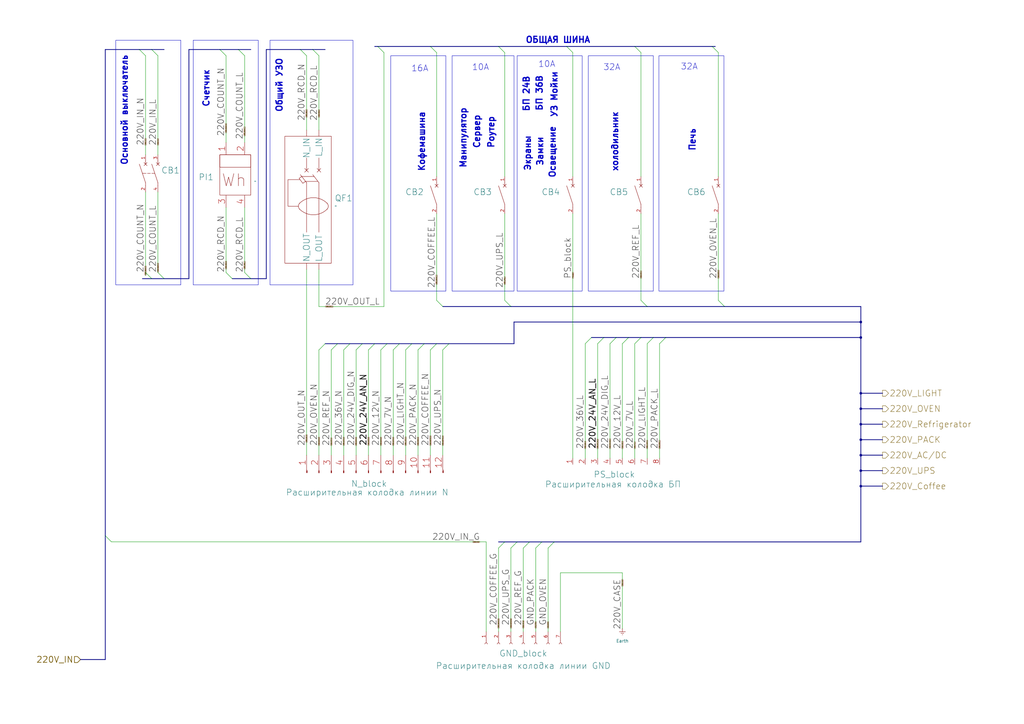
<source format=kicad_sch>
(kicad_sch (version 20231120) (generator "eeschema") (generator_version "8.0")
  (paper "A3")
  (lib_symbols
    (symbol "Connector:Conn_01x07_Socket_Wide" (pin_names (offset 1.016) hide)
      (property "Reference" "J" (at 0 10.16 0))
      (property "Value" "Conn_01x07_Socket_Wide" (at -3.556 -26.924 0))
      (symbol "Conn_01x07_Socket_Wide_1_1"
        (arc (start 0 -22.352) (mid -0.5058 -22.86) (end 0 -23.368) (stroke (width 0.1524)))
        (arc (start 0 -17.272) (mid -0.5058 -17.78) (end 0 -18.288) (stroke (width 0.1524)))
        (arc (start 0 -12.192) (mid -0.5058 -12.7) (end 0 -13.208) (stroke (width 0.1524)))
        (arc (start 0 -7.112) (mid -0.5058 -7.62) (end 0 -8.128) (stroke (width 0.1524)))
        (arc (start 0 -2.032) (mid -0.5058 -2.54) (end 0 -3.048) (stroke (width 0.1524)))
        (polyline (pts (xy -1.27 -22.86) (xy -0.508 -22.86)) (stroke (width 0.1524)))
        (polyline (pts (xy -1.27 -17.78) (xy -0.508 -17.78)) (stroke (width 0.1524)))
        (polyline (pts (xy -1.27 -12.7) (xy -0.508 -12.7)) (stroke (width 0.1524)))
        (polyline (pts (xy -1.27 -7.62) (xy -0.508 -7.62)) (stroke (width 0.1524)))
        (polyline (pts (xy -1.27 -2.54) (xy -0.508 -2.54)) (stroke (width 0.1524)))
        (polyline (pts (xy -1.27 2.54) (xy -0.508 2.54)) (stroke (width 0.1524)))
        (polyline (pts (xy -1.27 7.62) (xy -0.508 7.62)) (stroke (width 0.1524)))
        (arc (start 0 3.048) (mid -0.5058 2.54) (end 0 2.032) (stroke (width 0.1524)))
        (arc (start 0 8.128) (mid -0.5058 7.62) (end 0 7.112) (stroke (width 0.1524)))
        (pin passive line (at -5.08 7.62 0) (length 3.81) (name "Pin_1") (number "1"))
        (pin passive line (at -5.08 2.54 0) (length 3.81) (name "Pin_2") (number "2"))
        (pin passive line (at -5.08 -2.54 0) (length 3.81) (name "Pin_3") (number "3"))
        (pin passive line (at -5.08 -7.62 0) (length 3.81) (name "Pin_4") (number "4"))
        (pin passive line (at -5.08 -12.7 0) (length 3.81) (name "Pin_5") (number "5"))
        (pin passive line (at -5.08 -17.78 0) (length 3.81) (name "Pin_6") (number "6"))
        (pin passive line (at -5.08 -22.86 0) (length 3.81) (name "Pin_7") (number "7"))
      )
    )
    (symbol "Connector:Conn_01x08_(wide)"
      (property "Reference" "J" (at 0 0 0))
      (symbol "Conn_01x08_(wide)_1_1"
        (pin input line (at -2.54 -5.08 0) (length 2.54) (name "") (number "1"))
        (pin input line (at -2.54 -10.16 0) (length 2.54) (name "") (number "2"))
        (pin input line (at -2.54 -15.24 0) (length 2.54) (name "") (number "3"))
        (pin input line (at -2.54 -20.32 0) (length 2.54) (name "") (number "4"))
        (pin input line (at -2.54 -25.4 0) (length 2.54) (name "") (number "5"))
        (pin input line (at -2.54 -30.48 0) (length 2.54) (name "") (number "6"))
        (pin input line (at -2.54 -35.56 0) (length 2.54) (name "") (number "7"))
        (pin input line (at -2.54 -40.64 0) (length 2.54) (name "") (number "8"))
      )
    )
    (symbol "Connector:Conn_01x12_WIDE" (pin_names hide)
      (property "Reference" "J" (at 0 0 0))
      (symbol "Conn_01x12_WIDE_1_1"
        (rectangle (start -6.4064 -54.483) (end -7.27 -54.737) (stroke (width 0.1524)) (fill (type outline)))
        (rectangle (start -6.4064 -49.403) (end -7.27 -49.657) (stroke (width 0.1524)) (fill (type outline)))
        (rectangle (start -6.4064 -44.323) (end -7.27 -44.577) (stroke (width 0.1524)) (fill (type outline)))
        (rectangle (start -6.4064 -39.243) (end -7.27 -39.497) (stroke (width 0.1524)) (fill (type outline)))
        (rectangle (start -6.4064 -34.163) (end -7.27 -34.417) (stroke (width 0.1524)) (fill (type outline)))
        (rectangle (start -6.4064 -29.083) (end -7.27 -29.337) (stroke (width 0.1524)) (fill (type outline)))
        (rectangle (start -6.4064 -24.003) (end -7.27 -24.257) (stroke (width 0.1524)) (fill (type outline)))
        (rectangle (start -6.4064 -18.923) (end -7.27 -19.177) (stroke (width 0.1524)) (fill (type outline)))
        (rectangle (start -6.4064 -13.843) (end -7.27 -14.097) (stroke (width 0.1524)) (fill (type outline)))
        (rectangle (start -6.4064 -8.763) (end -7.27 -9.017) (stroke (width 0.1524)) (fill (type outline)))
        (rectangle (start -6.35 -59.69) (end -7.2136 -59.944) (stroke (width 0.1524)) (fill (type outline)))
        (rectangle (start -6.35 -3.81) (end -7.2136 -4.064) (stroke (width 0.1524)) (fill (type outline)))
        (polyline (pts (xy -6 -54.61) (xy -6.4064 -54.61)) (stroke (width 0.1524)))
        (polyline (pts (xy -6 -49.53) (xy -6.4064 -49.53)) (stroke (width 0.1524)))
        (polyline (pts (xy -6 -44.45) (xy -6.4064 -44.45)) (stroke (width 0.1524)))
        (polyline (pts (xy -6 -39.37) (xy -6.4064 -39.37)) (stroke (width 0.1524)))
        (polyline (pts (xy -6 -34.29) (xy -6.4064 -34.29)) (stroke (width 0.1524)))
        (polyline (pts (xy -6 -29.21) (xy -6.4064 -29.21)) (stroke (width 0.1524)))
        (polyline (pts (xy -6 -24.13) (xy -6.4064 -24.13)) (stroke (width 0.1524)))
        (polyline (pts (xy -6 -19.05) (xy -6.4064 -19.05)) (stroke (width 0.1524)))
        (polyline (pts (xy -6 -13.97) (xy -6.4064 -13.97)) (stroke (width 0.1524)))
        (polyline (pts (xy -6 -8.89) (xy -6.4064 -8.89)) (stroke (width 0.1524)))
        (polyline (pts (xy -5.9436 -59.817) (xy -6.35 -59.817)) (stroke (width 0.1524)))
        (polyline (pts (xy -5.9436 -3.937) (xy -6.35 -3.937)) (stroke (width 0.1524)))
        (pin passive line (at 0 -3.81 180) (length 6) (name "Pin_1") (number "1"))
        (pin passive line (at 0 -49.53 180) (length 6) (name "Pin_10") (number "10"))
        (pin passive line (at 0 -54.61 180) (length 6) (name "Pin_11") (number "11"))
        (pin passive line (at 0 -59.69 180) (length 6) (name "Pin_12") (number "12"))
        (pin passive line (at 0 -8.89 180) (length 6) (name "Pin_2") (number "2"))
        (pin passive line (at 0 -13.97 180) (length 6) (name "Pin_3") (number "3"))
        (pin passive line (at 0 -19.05 180) (length 6) (name "Pin_4") (number "4"))
        (pin passive line (at 0 -24.13 180) (length 6) (name "Pin_5") (number "5"))
        (pin passive line (at 0 -29.21 180) (length 6) (name "Pin_6") (number "6"))
        (pin passive line (at 0 -34.29 180) (length 6) (name "Pin_7") (number "7"))
        (pin passive line (at 0 -39.37 180) (length 6) (name "Pin_8") (number "8"))
        (pin passive line (at 0 -44.45 180) (length 6) (name "Pin_9") (number "9"))
      )
    )
    (symbol "Device:CircuitBreaker_1P"
      (property "Reference" "CB" (at 1.905 0 0))
      (property "Value" "CircuitBreaker_1P" (at 1.905 1.905 0))
      (symbol "CircuitBreaker_1P_0_1"
        (polyline (pts (xy 0 -5.08) (xy 0 -3.81)))
        (polyline (pts (xy 0 -3.81) (xy -2.54 3.81)))
      )
      (symbol "CircuitBreaker_1P_1_1"
        (polyline (pts (xy -0.635 4.445) (xy 0.635 3.175)))
        (polyline (pts (xy 0 5.08) (xy 0 3.81)))
        (polyline (pts (xy 0.635 4.445) (xy -0.635 3.175)))
        (pin passive line (at 0 7.62 270) (length 2.54) (name "~") (number "1"))
        (pin passive line (at 0 -7.62 90) (length 2.54) (name "~") (number "2"))
      )
    )
    (symbol "Device:CircuitBreaker_2P"
      (property "Reference" "CB" (at 3.81 0 0))
      (property "Value" "CircuitBreaker_2P" (at 3.81 2.54 0))
      (symbol "CircuitBreaker_2P_0_1"
        (polyline (pts (xy -3.81 0) (xy -2.286 0)))
        (polyline (pts (xy -2.54 -3.81) (xy -5.08 3.81)))
        (polyline (pts (xy -1.778 0) (xy -0.508 0)))
        (polyline (pts (xy 0 0) (xy 1.27 0)))
        (polyline (pts (xy 2.54 -5.08) (xy 2.54 -3.81)))
        (polyline (pts (xy 2.54 -3.81) (xy 0 3.81)))
      )
      (symbol "CircuitBreaker_2P_1_1"
        (polyline (pts (xy -3.175 4.445) (xy -1.905 3.175)))
        (polyline (pts (xy -2.54 -3.81) (xy -2.54 -5.08)))
        (polyline (pts (xy -2.54 5.08) (xy -2.54 3.81)))
        (polyline (pts (xy -1.905 4.445) (xy -3.175 3.175)))
        (polyline (pts (xy 1.905 4.445) (xy 3.175 3.175)))
        (polyline (pts (xy 2.54 5.08) (xy 2.54 3.81)))
        (polyline (pts (xy 3.175 4.445) (xy 1.905 3.175)))
        (pin passive line (at -2.54 7.62 270) (length 2.54) (name "~") (number "1"))
        (pin passive line (at -2.54 -7.62 90) (length 2.54) (name "~") (number "2"))
        (pin passive line (at 2.54 7.62 270) (length 2.54) (name "~") (number "3"))
        (pin passive line (at 2.54 -7.62 90) (length 2.54) (name "~") (number "4"))
      )
    )
    (symbol "Device:PowerMeter"
      (property "Reference" "PI" (at 0 4.064 0))
      (symbol "PowerMeter_0_1"
        (rectangle (start -6.35 -3.81) (end 6.35 -20.32))
        (rectangle (start -6.35 -3.81) (end 6.35 -8.89))
      )
      (symbol "PowerMeter_1_1"
        (text "Wh" (at -0.508 -14.224 0) (effects (font (size 5 5))))
        (pin passive line (at -3.81 1.27 270) (length 5) (name "") (number "1"))
        (pin passive line (at 3.81 1.27 270) (length 5) (name "") (number "2"))
        (pin passive line (at -3.81 -25.4 90) (length 5) (name "") (number "3"))
        (pin passive line (at 3.81 -25.4 90) (length 5) (name "") (number "4"))
      )
    )
    (symbol "Device:Residual_current_device"
      (property "Reference" "QF" (at -0.508 2.286 0))
      (symbol "Residual_current_device_0_1"
        (rectangle (start -26.67 -7.62) (end 25.4 -26.67))
        (polyline (pts (xy -13.462 -18.542) (xy -11.938 -17.018)))
        (polyline (pts (xy -13.462 -17.018) (xy -11.938 -18.542)))
        (polyline (pts (xy -13.462 -13.462) (xy -11.938 -11.938)))
        (polyline (pts (xy -13.462 -11.938) (xy -11.938 -13.462)))
        (polyline (pts (xy -12.7 -17.78) (xy -17.78 -17.78)))
        (polyline (pts (xy -12.7 -12.7) (xy -17.78 -12.7)))
        (polyline (pts (xy -10.16 -19.812) (xy -10.16 -14.732)))
        (polyline (pts (xy -8.128 -18.288) (xy -8.128 -13.208)))
        (polyline (pts (xy -7.62 -17.78) (xy -10.922 -20.32)))
        (polyline (pts (xy -7.62 -17.78) (xy 12.7 -17.78)))
        (polyline (pts (xy -7.62 -12.7) (xy -10.922 -15.24)))
        (polyline (pts (xy -7.62 -12.7) (xy 12.7 -12.7)))
        (polyline (pts (xy -10.16 -19.812) (xy -9.398 -20.828) (xy -7.366 -19.304) (xy -8.128 -18.288)))
        (polyline (pts (xy -8.89 -20.574) (xy -8.89 -25.4) (xy 2.032 -25.4) (xy 2.032 -21.082)))
        (arc (start 0.762 -20.5738) (mid 2.032 -21.0999) (end 3.302 -20.5738))
        (arc (start 0.8889 -9.271) (mid -1.4783 -14.986) (end 0.8889 -20.701))
        (arc (start 3.175 -20.701) (mid 5.5422 -14.986) (end 3.175 -9.271))
        (arc (start 3.302 -9.398) (mid 2.032 -8.8719) (end 0.762 -9.398))
      )
      (symbol "Residual_current_device_1_1"
        (pin input line (at -29.21 -12.7 0) (length 2.54) (name "L_IN") (number ""))
        (pin output line (at 27.94 -12.7 180) (length 2.54) (name "L_OUT") (number ""))
        (pin input line (at -29.21 -17.78 0) (length 2.54) (name "N_IN") (number ""))
        (pin output line (at 27.94 -17.78 180) (length 2.54) (name "N_OUT") (number ""))
      )
    )
    (symbol "power:Earth" (power) (pin_numbers hide) (pin_names (offset 0) hide)
      (property "Value" "Earth" (at 0 -3.81 0))
      (symbol "Earth_0_1"
        (polyline (pts (xy -0.635 -1.905) (xy 0.635 -1.905)))
        (polyline (pts (xy -0.127 -2.54) (xy 0.127 -2.54)))
        (polyline (pts (xy 0 -1.27) (xy 0 0)))
        (polyline (pts (xy 1.27 -1.27) (xy -1.27 -1.27)))
      )
      (symbol "Earth_1_1"
        (pin power_in line (at 0 0 270) (length 0) (name "~") (number "1"))
      )
    )
  )
  (junction (at 353.06 193.04))
  (junction (at 353.06 167.64))
  (junction (at 353.06 180.34))
  (junction (at 353.06 132.08))
  (junction (at 353.06 186.69))
  (junction (at 353.06 161.29))
  (junction (at 353.06 199.39))
  (junction (at 353.06 173.99))
  (junction (at 353.06 138.43))
  (bus_entry (at 260.35 19.05) (size 2.54 2.54))
  (bus_entry (at 294.64 123.19) (size 2.54 2.54))
  (bus_entry (at 64.77 111.76) (size 2.54 2.54))
  (bus_entry (at 173.99 140.97) (size -2.54 2.54))
  (bus_entry (at 262.89 138.43) (size -2.54 2.54))
  (bus_entry (at 100.33 111.76) (size 2.54 2.54))
  (bus_entry (at 227.33 222.25) (size -2.54 2.54))
  (bus_entry (at 62.23 20.32) (size 2.54 2.54))
  (bus_entry (at 222.25 222.25) (size -2.54 2.54))
  (bus_entry (at 97.79 20.32) (size 2.54 2.54))
  (bus_entry (at 90.17 20.32) (size 2.54 2.54))
  (bus_entry (at 242.57 138.43) (size -2.54 2.54))
  (bus_entry (at 257.81 138.43) (size -2.54 2.54))
  (bus_entry (at 59.69 111.76) (size 2.54 2.54))
  (bus_entry (at 262.89 123.19) (size 2.54 2.54))
  (bus_entry (at 138.43 140.97) (size -2.54 2.54))
  (bus_entry (at 133.35 140.97) (size -2.54 2.54))
  (bus_entry (at 247.65 138.43) (size -2.54 2.54))
  (bus_entry (at 207.01 222.25) (size -2.54 2.54))
  (bus_entry (at 148.59 140.97) (size -2.54 2.54))
  (bus_entry (at 176.53 143.51) (size 2.54 -2.54))
  (bus_entry (at 217.17 222.25) (size -2.54 2.54))
  (bus_entry (at 128.27 20.32) (size 2.54 2.54))
  (bus_entry (at 158.75 140.97) (size -2.54 2.54))
  (bus_entry (at 168.91 140.97) (size -2.54 2.54))
  (bus_entry (at 179.07 123.19) (size 2.54 2.54))
  (bus_entry (at 92.71 111.76) (size 2.54 2.54))
  (bus_entry (at 163.83 140.97) (size -2.54 2.54))
  (bus_entry (at 154.94 19.05) (size 2.54 2.54))
  (bus_entry (at 123.19 20.32) (size 2.54 2.54))
  (bus_entry (at 153.67 140.97) (size -2.54 2.54))
  (bus_entry (at 232.41 19.05) (size 2.54 2.54))
  (bus_entry (at 181.61 143.51) (size 2.54 -2.54))
  (bus_entry (at 207.01 123.19) (size 2.54 2.54))
  (bus_entry (at 43.18 219.71) (size 2.54 2.54))
  (bus_entry (at 292.1 19.05) (size 2.54 2.54))
  (bus_entry (at 212.09 222.25) (size -2.54 2.54))
  (bus_entry (at 267.97 138.43) (size -2.54 2.54))
  (bus_entry (at 252.73 138.43) (size -2.54 2.54))
  (bus_entry (at 204.47 19.05) (size 2.54 2.54))
  (bus_entry (at 273.05 138.43) (size -2.54 2.54))
  (bus_entry (at 176.53 19.05) (size 2.54 2.54))
  (bus_entry (at 143.51 140.97) (size -2.54 2.54))
  (bus_entry (at 57.15 20.32) (size 2.54 2.54))
  (bus (pts (xy 353.06 173.99) (xy 353.06 180.34)))
  (wire (pts (xy 59.69 22.86) (xy 59.69 63.5)))
  (wire (pts (xy 130.81 125.73) (xy 130.81 110.49)))
  (wire (pts (xy 262.89 87.63) (xy 262.89 123.19)))
  (bus (pts (xy 153.67 140.97) (xy 158.75 140.97)))
  (wire (pts (xy 59.69 113.03) (xy 59.69 111.76)))
  (wire (pts (xy 265.43 140.97) (xy 265.43 187.96)))
  (bus (pts (xy 222.25 222.25) (xy 227.33 222.25)))
  (wire (pts (xy 207.01 21.59) (xy 207.01 72.39)))
  (bus (pts (xy 109.22 114.3) (xy 109.22 20.32)))
  (bus (pts (xy 353.06 167.64) (xy 361.95 167.64)))
  (wire (pts (xy 250.19 140.97) (xy 250.19 187.96)))
  (bus (pts (xy 207.01 222.25) (xy 212.09 222.25)))
  (wire (pts (xy 179.07 21.59) (xy 179.07 72.39)))
  (bus (pts (xy 353.06 167.64) (xy 353.06 173.99)))
  (wire (pts (xy 179.07 87.63) (xy 179.07 123.19)))
  (wire (pts (xy 240.03 140.97) (xy 240.03 187.96)))
  (bus (pts (xy 257.81 138.43) (xy 252.73 138.43)))
  (wire (pts (xy 92.71 85.09) (xy 92.71 111.76)))
  (bus (pts (xy 232.41 19.05) (xy 260.35 19.05)))
  (wire (pts (xy 229.87 234.95) (xy 255.27 234.95)))
  (bus (pts (xy 262.89 138.43) (xy 267.97 138.43)))
  (bus (pts (xy 353.06 161.29) (xy 353.06 167.64)))
  (wire (pts (xy 204.47 224.79) (xy 204.47 259.08)))
  (wire (pts (xy 146.05 143.51) (xy 146.05 186.69)))
  (wire (pts (xy 125.73 110.49) (xy 125.73 186.69)))
  (bus (pts (xy 77.47 20.32) (xy 90.17 20.32)))
  (wire (pts (xy 234.95 87.63) (xy 234.95 187.96)))
  (wire (pts (xy 229.87 234.95) (xy 229.87 259.08)))
  (bus (pts (xy 297.18 125.73) (xy 353.06 125.73)))
  (wire (pts (xy 64.77 22.86) (xy 64.77 63.5)))
  (wire (pts (xy 219.71 224.79) (xy 219.71 259.08)))
  (bus (pts (xy 97.79 20.32) (xy 102.87 20.32)))
  (bus (pts (xy 181.61 125.73) (xy 209.55 125.73)))
  (wire (pts (xy 130.81 143.51) (xy 130.81 186.69)))
  (bus (pts (xy 260.35 19.05) (xy 292.1 19.05)))
  (bus (pts (xy 33.02 270.51) (xy 43.18 270.51)))
  (wire (pts (xy 171.45 143.51) (xy 171.45 186.69)))
  (wire (pts (xy 294.64 87.63) (xy 294.64 123.19)))
  (wire (pts (xy 181.61 143.51) (xy 181.61 186.69)))
  (wire (pts (xy 130.81 125.73) (xy 157.48 125.73)))
  (bus (pts (xy 43.18 20.32) (xy 43.18 219.71)))
  (bus (pts (xy 179.07 140.97) (xy 184.15 140.97)))
  (bus (pts (xy 43.18 20.32) (xy 57.15 20.32)))
  (bus (pts (xy 57.15 20.32) (xy 62.23 20.32)))
  (bus (pts (xy 148.59 140.97) (xy 143.51 140.97)))
  (wire (pts (xy 92.71 22.86) (xy 92.71 58.42)))
  (bus (pts (xy 153.67 19.05) (xy 154.94 19.05)))
  (bus (pts (xy 353.06 161.29) (xy 361.95 161.29)))
  (bus (pts (xy 212.09 222.25) (xy 217.17 222.25)))
  (bus (pts (xy 353.06 138.43) (xy 353.06 161.29)))
  (wire (pts (xy 135.89 143.51) (xy 135.89 186.69)))
  (bus (pts (xy 148.59 140.97) (xy 153.67 140.97)))
  (bus (pts (xy 77.47 114.3) (xy 77.47 20.32)))
  (bus (pts (xy 95.25 114.3) (xy 102.87 114.3)))
  (wire (pts (xy 59.69 78.74) (xy 59.69 111.76)))
  (wire (pts (xy 255.27 234.95) (xy 255.27 257.81)))
  (bus (pts (xy 353.06 125.73) (xy 353.06 132.08)))
  (bus (pts (xy 67.31 114.3) (xy 77.47 114.3)))
  (bus (pts (xy 62.23 114.3) (xy 67.31 114.3)))
  (wire (pts (xy 270.51 140.97) (xy 270.51 187.96)))
  (bus (pts (xy 209.55 125.73) (xy 265.43 125.73)))
  (bus (pts (xy 184.15 140.97) (xy 210.82 140.97)))
  (wire (pts (xy 140.97 143.51) (xy 140.97 186.69)))
  (bus (pts (xy 204.47 19.05) (xy 232.41 19.05)))
  (bus (pts (xy 353.06 180.34) (xy 353.06 186.69)))
  (wire (pts (xy 157.48 21.59) (xy 157.48 125.73)))
  (bus (pts (xy 257.81 138.43) (xy 262.89 138.43)))
  (bus (pts (xy 353.06 173.99) (xy 361.95 173.99)))
  (bus (pts (xy 210.82 132.08) (xy 353.06 132.08)))
  (wire (pts (xy 262.89 21.59) (xy 262.89 72.39)))
  (wire (pts (xy 176.53 143.51) (xy 176.53 186.69)))
  (wire (pts (xy 224.79 224.79) (xy 224.79 259.08)))
  (bus (pts (xy 204.47 222.25) (xy 207.01 222.25)))
  (bus (pts (xy 143.51 140.97) (xy 138.43 140.97)))
  (wire (pts (xy 156.21 143.51) (xy 156.21 186.69)))
  (bus (pts (xy 102.87 114.3) (xy 109.22 114.3)))
  (bus (pts (xy 273.05 138.43) (xy 353.06 138.43)))
  (bus (pts (xy 128.27 20.32) (xy 133.35 20.32)))
  (bus (pts (xy 90.17 20.32) (xy 97.79 20.32)))
  (bus (pts (xy 138.43 140.97) (xy 133.35 140.97)))
  (wire (pts (xy 255.27 140.97) (xy 255.27 187.96)))
  (bus (pts (xy 353.06 199.39) (xy 353.06 222.25)))
  (bus (pts (xy 353.06 186.69) (xy 361.95 186.69)))
  (bus (pts (xy 210.82 140.97) (xy 210.82 132.08)))
  (bus (pts (xy 353.06 132.08) (xy 353.06 138.43)))
  (bus (pts (xy 267.97 138.43) (xy 273.05 138.43)))
  (bus (pts (xy 173.99 140.97) (xy 179.07 140.97)))
  (wire (pts (xy 166.37 143.51) (xy 166.37 186.69)))
  (bus (pts (xy 247.65 138.43) (xy 252.73 138.43)))
  (bus (pts (xy 353.06 180.34) (xy 361.95 180.34)))
  (bus (pts (xy 265.43 125.73) (xy 297.18 125.73)))
  (bus (pts (xy 353.06 199.39) (xy 361.95 199.39)))
  (wire (pts (xy 234.95 21.59) (xy 234.95 72.39)))
  (wire (pts (xy 214.63 224.79) (xy 214.63 259.08)))
  (bus (pts (xy 227.33 222.25) (xy 353.06 222.25)))
  (wire (pts (xy 100.33 85.09) (xy 100.33 111.76)))
  (wire (pts (xy 245.11 140.97) (xy 245.11 187.96)))
  (wire (pts (xy 199.39 222.25) (xy 199.39 259.08)))
  (wire (pts (xy 161.29 143.51) (xy 161.29 186.69)))
  (bus (pts (xy 176.53 19.05) (xy 204.47 19.05)))
  (bus (pts (xy 123.19 20.32) (xy 128.27 20.32)))
  (bus (pts (xy 154.94 19.05) (xy 176.53 19.05)))
  (bus (pts (xy 353.06 186.69) (xy 353.06 193.04)))
  (bus (pts (xy 163.83 140.97) (xy 168.91 140.97)))
  (bus (pts (xy 168.91 140.97) (xy 173.99 140.97)))
  (wire (pts (xy 207.01 123.19) (xy 207.01 87.63)))
  (bus (pts (xy 217.17 222.25) (xy 222.25 222.25)))
  (wire (pts (xy 151.13 143.51) (xy 151.13 186.69)))
  (wire (pts (xy 100.33 22.86) (xy 100.33 58.42)))
  (bus (pts (xy 353.06 193.04) (xy 353.06 199.39)))
  (bus (pts (xy 62.23 20.32) (xy 67.31 20.32)))
  (bus (pts (xy 43.18 270.51) (xy 43.18 219.71)))
  (wire (pts (xy 130.81 22.86) (xy 130.81 53.34)))
  (bus (pts (xy 292.1 19.05) (xy 293.37 19.05)))
  (bus (pts (xy 353.06 193.04) (xy 361.95 193.04)))
  (bus (pts (xy 58.42 114.3) (xy 62.23 114.3)))
  (wire (pts (xy 209.55 224.79) (xy 209.55 259.08)))
  (wire (pts (xy 294.64 21.59) (xy 294.64 72.39)))
  (bus (pts (xy 247.65 138.43) (xy 242.57 138.43)))
  (bus (pts (xy 109.22 20.32) (xy 123.19 20.32)))
  (wire (pts (xy 199.39 222.25) (xy 45.72 222.25)))
  (wire (pts (xy 64.77 78.74) (xy 64.77 111.76)))
  (wire (pts (xy 125.73 22.86) (xy 125.73 53.34)))
  (bus (pts (xy 158.75 140.97) (xy 163.83 140.97)))
  (wire (pts (xy 260.35 140.97) (xy 260.35 187.96)))
  (rectangle (start 185.42 22.86) (end 210.82 119.38))
  (rectangle (start 110.744 16.51) (end 144.78 116.84))
  (rectangle (start 270.256 22.86) (end 296.926 119.38))
  (rectangle (start 212.09 22.86) (end 238.76 119.38))
  (rectangle (start 241.3 22.86) (end 267.97 119.38))
  (rectangle (start 47.498 16.51) (end 74.168 116.84))
  (rectangle (start 160.274 22.86) (end 182.88 119.38))
  (rectangle (start 79.248 16.51) (end 105.918 116.84))
  (text "Кофемашина" (at 172.974 58.166 90) (effects (font (size 2.5 2.5) (thickness 0.5) (bold yes))))
  (text "УЗ Мойки" (at 227.33 38.862 90) (effects (font (size 2.5 2.5) (thickness 0.5) (bold yes))))
  (text "Замки" (at 221.488 62.23 90) (effects (font (size 2.5 2.5) (thickness 0.5) (bold yes))))
  (text "Роутер" (at 201.422 54.356 90) (effects (font (size 2.5 2.5) (thickness 0.5) (bold yes))))
  (text "32А" (at 250.952 27.686 0) (effects (font (size 2.5 2.5))))
  (text "Печь" (at 283.972 57.404 90) (effects (font (size 2.5 2.5) (thickness 0.5) (bold yes))))
  (text "Манипулятор" (at 189.992 56.642 90) (effects (font (size 2.5 2.5) (thickness 0.5) (bold yes))))
  (text "Общий УЗО" (at 114.554 35.052 90) (effects (font (size 2.5 2.5) (thickness 0.5) (bold yes))))
  (text "ОБЩАЯ ШИНА" (at 228.854 16.51 0) (effects (font (size 2.5 2.5) (thickness 0.5) (bold yes))))
  (text "10А" (at 197.104 27.686 0) (effects (font (size 2.5 2.5))))
  (text "Сервер" (at 195.58 54.102 90) (effects (font (size 2.5 2.5) (thickness 0.5) (bold yes))))
  (text "БП 36В" (at 221.234 38.354 90) (effects (font (size 2.5 2.5) (thickness 0.5) (bold yes))))
  (text "10А" (at 224.282 26.416 0) (effects (font (size 2.5 2.5))))
  (text "холодильник" (at 252.222 58.166 90) (effects (font (size 2.5 2.5) (thickness 0.5) (bold yes))))
  (text "Основной выключатель" (at 51.054 45.212 90) (effects (font (size 2.5 2.5) (thickness 0.5) (bold yes))))
  (text "Счетчик" (at 84.582 36.322 90) (effects (font (size 2.5 2.5) (thickness 0.5) (bold yes))))
  (text "32А" (at 282.702 27.432 0) (effects (font (size 2.5 2.5))))
  (text "БП 24В" (at 215.9 38.608 90) (effects (font (size 2.5 2.5) (thickness 0.5) (bold yes))))
  (text "Освещение" (at 226.568 62.484 90) (effects (font (size 2.5 2.5) (thickness 0.5) (bold yes))))
  (text "Экраны" (at 216.408 62.992 90) (effects (font (size 2.5 2.5) (thickness 0.5) (bold yes))))
  (text "16А" (at 172.212 28.194 0) (effects (font (size 2.5 2.5))))
  (label "PS_block" (at 234.95 114.3 90) (effects (font (size 2.5 2.5))))
  (label "220V_REF_N" (at 135.89 182.88 90) (effects (font (size 2.5 2.5))))
  (label "220V_COUNT_L" (at 64.77 111.76 90) (effects (font (size 2.5 2.5))))
  (label "GND_OVEN" (at 224.79 256.54 90) (effects (font (size 2.5 2.5))))
  (label "220V_COFFEE_L" (at 179.07 118.11 90) (effects (font (size 2.5 2.5))))
  (label "220V_REF_L" (at 262.89 114.3 90) (effects (font (size 2.5 2.5))))
  (label "220V_CASE" (at 255.27 237.49 270) (effects (font (size 2.5 2.5))))
  (label "220V_12V_L" (at 255.27 184.15 90) (effects (font (size 2.5 2.5))))
  (label "220V_IN_N" (at 59.69 59.69 90) (effects (font (size 2.5 2.5))))
  (label "220V_IN_G" (at 196.85 222.25 180) (effects (font (size 2.5 2.5))))
  (label "220V_7V_L" (at 260.35 184.15 90) (effects (font (size 2.5 2.5))))
  (label "220V_REF_G" (at 214.63 256.54 90) (effects (font (size 2.5 2.5))))
  (label "220V_24V_AN_L" (at 245.11 184.15 90) (effects (font (size 2.5 2.5) (thickness 0.3125))))
  (label "220V_OUT_L" (at 133.35 125.73 0) (effects (font (size 2.5 2.5))))
  (label "220V_LIGHT_N" (at 166.37 182.88 90) (effects (font (size 2.5 2.5))))
  (label "220V_PACK_N" (at 171.45 182.88 90) (effects (font (size 2.5 2.5))))
  (label "220V_OVEN_L" (at 294.64 114.3 90) (effects (font (size 2.5 2.5))))
  (label "220V_RCD_N" (at 92.71 111.76 90) (effects (font (size 2.5 2.5))))
  (label "GND_PACK" (at 219.71 256.54 90) (effects (font (size 2.5 2.5))))
  (label "220V_COUNT_N" (at 92.71 55.88 90) (effects (font (size 2.5 2.5))))
  (label "220V_COFFEE_G" (at 204.47 256.54 90) (effects (font (size 2.5 2.5))))
  (label "220V_OUT_N" (at 125.73 182.88 90) (effects (font (size 2.5 2.5))))
  (label "220V_COFFEE_N" (at 176.53 182.88 90) (effects (font (size 2.5 2.5))))
  (label "220V_RCD_N" (at 125.73 49.53 90) (effects (font (size 2.5 2.5))))
  (label "220V_24V_DIG_N" (at 146.05 182.88 90) (effects (font (size 2.5 2.5))))
  (label "220V_PACK_L" (at 270.51 184.15 90) (effects (font (size 2.5 2.5))))
  (label "220V_36V_N" (at 140.97 182.88 90) (effects (font (size 2.5 2.5))))
  (label "220V_COUNT_L" (at 100.33 57.15 90) (effects (font (size 2.5 2.5))))
  (label "220V_7V_N" (at 161.29 182.88 90) (effects (font (size 2.5 2.5))))
  (label "220V_LIGHT_L" (at 265.43 184.15 90) (effects (font (size 2.5 2.5))))
  (label "220V_24V_AN_N" (at 151.13 182.88 90) (effects (font (size 2.5 2.5) (thickness 0.3125))))
  (label "220V_IN_L" (at 64.77 59.69 90) (effects (font (size 2.5 2.5))))
  (label "220V_RCD_L" (at 100.33 111.76 90) (effects (font (size 2.5 2.5))))
  (label "220V_36V_L" (at 240.03 184.15 90) (effects (font (size 2.5 2.5))))
  (label "220V_UPS_N" (at 181.61 182.88 90) (effects (font (size 2.5 2.5))))
  (label "220V_RCD_L" (at 130.81 49.53 90) (effects (font (size 2.5 2.5))))
  (label "220V_24V_DIG_L" (at 250.19 184.15 90) (effects (font (size 2.5 2.5))))
  (label "220V_OVEN_N" (at 130.81 182.88 90) (effects (font (size 2.5 2.5))))
  (label "220V_12V_N" (at 156.21 182.88 90) (effects (font (size 2.5 2.5))))
  (label "220V_COUNT_N" (at 59.69 111.76 90) (effects (font (size 2.5 2.5))))
  (label "220V_UPS_L" (at 207.01 118.11 90) (effects (font (size 2.5 2.5))))
  (label "220V_UPS_G" (at 209.55 256.54 90) (effects (font (size 2.5 2.5))))
  (global_label "220V_RCD_L" (shape input) (at 130.81 48.26 90) (effects (font (size 0.3 0.3))) (property "Intersheetrefs" "${INTERSHEET_REFS}" (effects (hide yes))))
  (global_label "220V_PACK_N" (shape input) (at 171.45 182.88 90) (effects (font (size 0.3 0.3))) (property "Intersheetrefs" "${INTERSHEET_REFS}" (effects (hide yes))))
  (global_label "220V_OVEN_N" (shape input) (at 161.29 182.88 90) (effects (font (size 0.3 0.3))) (property "Intersheetrefs" "${INTERSHEET_REFS}" (effects (hide yes))))
  (global_label "220V_REF_N" (shape input) (at 135.89 182.88 90) (effects (font (size 0.3 0.3))) (property "Intersheetrefs" "${INTERSHEET_REFS}" (effects (hide yes))))
  (global_label "220V_COUNT_L" (shape input) (at 64.77 111.76 90) (effects (font (size 0.3 0.3))) (property "Intersheetrefs" "${INTERSHEET_REFS}" (effects (hide yes))))
  (global_label "220V_COUNT_L" (shape input) (at 100.33 55.88 90) (effects (font (size 0.3 0.3))) (property "Intersheetrefs" "${INTERSHEET_REFS}" (effects (hide yes))))
  (global_label "220V_LIGHT_L" (shape input) (at 265.43 184.15 90) (effects (font (size 0.3 0.3))) (property "Intersheetrefs" "${INTERSHEET_REFS}" (effects (hide yes))))
  (global_label "GND_OVEN" (shape input) (at 224.79 257.81 90) (effects (font (size 0.3 0.3))) (property "Intersheetrefs" "${INTERSHEET_REFS}" (effects (hide yes))))
  (global_label "220V_RCD_N" (shape input) (at 125.73 48.26 90) (effects (font (size 0.3 0.3))) (property "Intersheetrefs" "${INTERSHEET_REFS}" (effects (hide yes))))
  (global_label "220V_PACK_L" (shape input) (at 270.51 184.15 90) (effects (font (size 0.3 0.3))) (property "Intersheetrefs" "${INTERSHEET_REFS}" (effects (hide yes))))
  (global_label "220V_OVEN_N" (shape input) (at 156.21 182.88 90) (effects (font (size 0.3 0.3))) (property "Intersheetrefs" "${INTERSHEET_REFS}" (effects (hide yes))))
  (global_label "220V_OUT_L" (shape input) (at 133.35 125.73 0) (effects (font (size 0.3 0.3))) (property "Intersheetrefs" "${INTERSHEET_REFS}" (effects (hide yes))))
  (global_label "220V_COFFEE_L" (shape input) (at 179.07 116.84 90) (effects (font (size 0.3 0.3))) (property "Intersheetrefs" "${INTERSHEET_REFS}" (effects (hide yes))))
  (global_label "220V_OVEN_N" (shape input) (at 151.13 182.88 90) (effects (font (size 0.3 0.3))) (property "Intersheetrefs" "${INTERSHEET_REFS}" (effects (hide yes))))
  (global_label "220V_UPS_L" (shape input) (at 207.01 116.84 90) (effects (font (size 0.3 0.3))) (property "Intersheetrefs" "${INTERSHEET_REFS}" (effects (hide yes))))
  (global_label "220V_OVEN_N" (shape input) (at 146.05 182.88 90) (effects (font (size 0.3 0.3))) (property "Intersheetrefs" "${INTERSHEET_REFS}" (effects (hide yes))))
  (global_label "220V_OVEN_L" (shape input) (at 294.64 114.3 90) (effects (font (size 0.3 0.3))) (property "Intersheetrefs" "${INTERSHEET_REFS}" (effects (hide yes))))
  (global_label "220V_REF_G" (shape input) (at 214.63 257.81 90) (effects (font (size 0.3 0.3))) (property "Intersheetrefs" "${INTERSHEET_REFS}" (effects (hide yes))))
  (global_label "220V_OVEN_N" (shape input) (at 140.97 182.88 90) (effects (font (size 0.3 0.3))) (property "Intersheetrefs" "${INTERSHEET_REFS}" (effects (hide yes))))
  (global_label "220V_SERVER_G" (shape input) (at 209.55 257.81 90) (effects (font (size 0.3 0.3))) (property "Intersheetrefs" "${INTERSHEET_REFS}" (effects (hide yes))))
  (global_label "220V_24V_DIG_L" (shape input) (at 250.19 184.15 90) (effects (font (size 0.3 0.3))) (property "Intersheetrefs" "${INTERSHEET_REFS}" (effects (hide yes))))
  (global_label "220V_RCD_L" (shape input) (at 100.33 110.49 90) (effects (font (size 0.3 0.3))) (property "Intersheetrefs" "${INTERSHEET_REFS}" (effects (hide yes))))
  (global_label "GND_PACK" (shape input) (at 219.71 257.81 90) (effects (font (size 0.3 0.3))) (property "Intersheetrefs" "${INTERSHEET_REFS}" (effects (hide yes))))
  (global_label "220V_REF_L" (shape input) (at 262.89 114.3 90) (effects (font (size 0.3 0.3))) (property "Intersheetrefs" "${INTERSHEET_REFS}" (effects (hide yes))))
  (global_label "220V_OUT_N" (shape input) (at 125.73 181.61 90) (effects (font (size 0.3 0.3))) (property "Intersheetrefs" "${INTERSHEET_REFS}" (effects (hide yes))))
  (global_label "220V_7V_L" (shape input) (at 260.35 184.15 90) (effects (font (size 0.3 0.3))) (property "Intersheetrefs" "${INTERSHEET_REFS}" (effects (hide yes))))
  (global_label "220V_COFFEE_N" (shape input) (at 181.61 182.88 90) (effects (font (size 0.3 0.3))) (property "Intersheetrefs" "${INTERSHEET_REFS}" (effects (hide yes))))
  (global_label "220V_36V_L" (shape input) (at 240.03 184.15 90) (effects (font (size 0.3 0.3))) (property "Intersheetrefs" "${INTERSHEET_REFS}" (effects (hide yes))))
  (global_label "220V_COFFEE_N" (shape input) (at 176.53 182.88 90) (effects (font (size 0.3 0.3))) (property "Intersheetrefs" "${INTERSHEET_REFS}" (effects (hide yes))))
  (global_label "220V_OVEN_N" (shape input) (at 130.81 182.88 90) (effects (font (size 0.3 0.3))) (property "Intersheetrefs" "${INTERSHEET_REFS}" (effects (hide yes))))
  (global_label "220V_IN_L" (shape input) (at 64.77 59.69 90) (effects (font (size 0.3 0.3))) (property "Intersheetrefs" "${INTERSHEET_REFS}" (effects (hide yes))))
  (global_label "220V_LIGHT_N" (shape input) (at 166.37 182.88 90) (effects (font (size 0.3 0.3))) (property "Intersheetrefs" "${INTERSHEET_REFS}" (effects (hide yes))))
  (global_label "220V_COUNT_N" (shape input) (at 59.69 113.03 90) (effects (font (size 0.3 0.3))) (property "Intersheetrefs" "${INTERSHEET_REFS}" (effects (hide yes))))
  (global_label "PS_block" (shape input) (at 234.95 114.3 90) (effects (font (size 0.3 0.3))) (property "Intersheetrefs" "${INTERSHEET_REFS}" (effects (hide yes))))
  (global_label "220V_IN_N" (shape input) (at 59.69 59.69 90) (effects (font (size 0.3 0.3))) (property "Intersheetrefs" "${INTERSHEET_REFS}" (effects (hide yes))))
  (global_label "220V_IN_G" (shape input) (at 255.27 237.49 270) (effects (font (size 0.3 0.3))) (property "Intersheetrefs" "${INTERSHEET_REFS}" (effects (hide yes))))
  (global_label "220V_RCD_N" (shape input) (at 92.71 110.49 90) (effects (font (size 0.3 0.3))) (property "Intersheetrefs" "${INTERSHEET_REFS}" (effects (hide yes))))
  (global_label "220V_COUNT_N" (shape input) (at 92.71 54.61 90) (effects (font (size 0.3 0.3))) (property "Intersheetrefs" "${INTERSHEET_REFS}" (effects (hide yes))))
  (global_label "220V_12V_L" (shape input) (at 255.27 184.15 90) (effects (font (size 0.3 0.3))) (property "Intersheetrefs" "${INTERSHEET_REFS}" (effects (hide yes))))
  (global_label "220V_24V_AN_L" (shape input) (at 245.11 184.15 90) (effects (font (size 0.3 0.3))) (property "Intersheetrefs" "${INTERSHEET_REFS}" (effects (hide yes))))
  (global_label "220V_COFFEE_G" (shape input) (at 204.47 257.81 90) (effects (font (size 0.3 0.3))) (property "Intersheetrefs" "${INTERSHEET_REFS}" (effects (hide yes))))
  (global_label "220V_IN_G" (shape input) (at 196.85 222.25 180) (effects (font (size 0.3 0.3))) (property "Intersheetrefs" "${INTERSHEET_REFS}" (effects (hide yes))))
  (hierarchical_label "220V_IN" (shape input) (at 33.02 270.51 180) (effects (font (size 2.5 2.5) (thickness 0.254) (bold yes))))
  (hierarchical_label "220V_LIGHT" (shape output) (at 361.95 161.29 0) (effects (font (size 2.5 2.5))))
  (hierarchical_label "220V_OVEN" (shape output) (at 361.95 167.64 0) (effects (font (size 2.5 2.5))))
  (hierarchical_label "220V_UPS" (shape output) (at 361.95 193.04 0) (effects (font (size 2.5 2.5))))
  (hierarchical_label "220V_PACK" (shape output) (at 361.95 180.34 0) (effects (font (size 2.5 2.5))))
  (hierarchical_label "220V_AC{slash}DC" (shape output) (at 361.95 186.69 0) (effects (font (size 2.5 2.5))))
  (hierarchical_label "220V_Coffee" (shape output) (at 361.95 199.39 0) (effects (font (size 2.5 2.5))))
  (hierarchical_label "220V_Refrigerator" (shape output) (at 361.95 173.99 0) (effects (font (size 2.5 2.5))))
  (symbol (lib_id "power:Earth") (at 255.27 257.81 0) (unit 1)
    (property "Reference" "#PWR01" (effects (hide yes)))
    (property "Value" "Earth" (at 255.27 262.89 0))
    (property "Description" "Power symbol creates a global label with name \"Earth\"" (effects (hide yes)))
  )
  (symbol (lib_id "Device:CircuitBreaker_2P") (at 62.23 71.12 0) (unit 1)
    (property "Reference" "CB1" (at 66.04 69.8499 0) (effects (font (size 2.5 2.5)) (justify left)))
    (property "Value" "CircuitBreaker_2P" (effects (hide yes)))
    (property "Description" "Double pole circuit breaker" (effects (hide yes)))
  )
  (symbol (lib_id "Connector:Conn_01x07_Socket_Wide") (at 207.01 264.16 90) (mirror x) (unit 1)
    (property "Reference" "GND_block" (at 214.63 267.97 90) (effects (font (size 2.5 2.5))))
    (property "Value" "Расширительная колодка линии GND" (at 214.63 273.05 90) (effects (font (size 2.5 2.5))))
    (property "Description" "Generic connector, single row, 01x07, script generated" (effects (hide yes)))
  )
  (symbol (lib_id "Device:CircuitBreaker_1P") (at 234.95 80.01 0) (unit 1)
    (property "Reference" "CB4" (at 221.996 78.74 0) (effects (font (size 2.5 2.5)) (justify left)))
    (property "Value" "CircuitBreaker_1P" (effects (hide yes)))
    (property "Description" "Single pole circuit breaker" (effects (hide yes)))
  )
  (symbol (lib_id "Device:CircuitBreaker_1P") (at 294.64 80.01 0) (unit 1)
    (property "Reference" "CB6" (at 281.686 78.74 0) (effects (font (size 2.5 2.5)) (justify left)))
    (property "Value" "CircuitBreaker_1P" (effects (hide yes)))
    (property "Description" "Single pole circuit breaker" (effects (hide yes)))
  )
  (symbol (lib_id "Device:PowerMeter") (at 96.52 59.69 0) (unit 1)
    (property "Reference" "PI1" (at 81.28 72.644 0) (effects (font (size 2.5 2.5)) (justify left)))
    (property "Value" "~" (at 104.14 74.295 0) (effects (justify left)))
  )
  (symbol (lib_id "Device:Residual_current_device") (at 143.51 82.55 270) (unit 1)
    (property "Reference" "QF1" (at 137.16 81.28 90) (effects (font (size 2.5 2.5)) (justify left)))
    (property "Value" "~" (at 137.16 84.455 90) (effects (justify left)))
  )
  (symbol (lib_id "Device:CircuitBreaker_1P") (at 179.07 80.01 0) (unit 1)
    (property "Reference" "CB2" (at 166.116 78.74 0) (effects (font (size 2.5 2.5)) (justify left)))
    (property "Value" "CircuitBreaker_1P" (effects (hide yes)))
    (property "Description" "Single pole circuit breaker" (effects (hide yes)))
  )
  (symbol (lib_id "Device:CircuitBreaker_1P") (at 207.01 80.01 0) (unit 1)
    (property "Reference" "CB3" (at 194.056 78.74 0) (effects (font (size 2.5 2.5)) (justify left)))
    (property "Value" "CircuitBreaker_1P" (effects (hide yes)))
    (property "Description" "Single pole circuit breaker" (effects (hide yes)))
  )
  (symbol (lib_id "Connector:Conn_01x08_(wide)") (at 229.87 190.5 90) (mirror x) (unit 1)
    (property "Reference" "PS_block" (at 251.968 194.564 90) (effects (font (size 2.5 2.5))))
    (property "Value" "Расширительная колодка БП" (at 251.46 198.628 90) (effects (font (size 2.5 2.5))))
  )
  (symbol (lib_id "Connector:Conn_01x12_WIDE") (at 121.92 186.69 90) (unit 1)
    (property "Reference" "N_block" (at 151.384 198.374 90) (effects (font (size 2.5 2.5))))
    (property "Value" "Расширительная колодка линии N" (at 150.622 201.93 90) (effects (font (size 2.5 2.5))))
    (property "Description" "Generic connector, single row, 01x07, script generated" (effects (hide yes)))
  )
  (symbol (lib_id "Device:CircuitBreaker_1P") (at 262.89 80.01 0) (unit 1)
    (property "Reference" "CB5" (at 249.936 78.74 0) (effects (font (size 2.5 2.5)) (justify left)))
    (property "Value" "CircuitBreaker_1P" (effects (hide yes)))
    (property "Description" "Single pole circuit breaker" (effects (hide yes)))
  )
)
</source>
